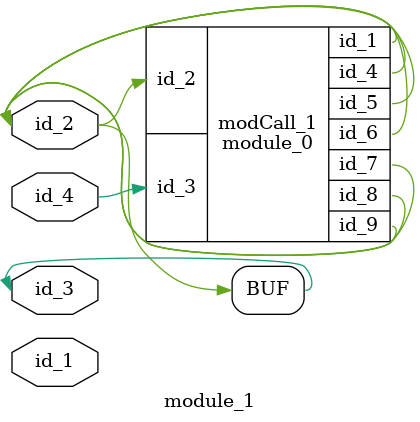
<source format=v>
module module_0 (
    id_1,
    id_2,
    id_3,
    id_4,
    id_5,
    id_6,
    id_7,
    id_8,
    id_9
);
  inout wire id_9;
  inout wire id_8;
  inout wire id_7;
  output wire id_6;
  output wire id_5;
  inout wire id_4;
  input wire id_3;
  input wire id_2;
  output wire id_1;
endmodule
module module_1 (
    id_1,
    id_2,
    id_3,
    id_4
);
  input wire id_4;
  inout wire id_3;
  inout wire id_2;
  inout wire id_1;
  assign id_3 = id_2;
  module_0 modCall_1 (
      id_3,
      id_3,
      id_4,
      id_3,
      id_3,
      id_2,
      id_3,
      id_2,
      id_3
  );
endmodule

</source>
